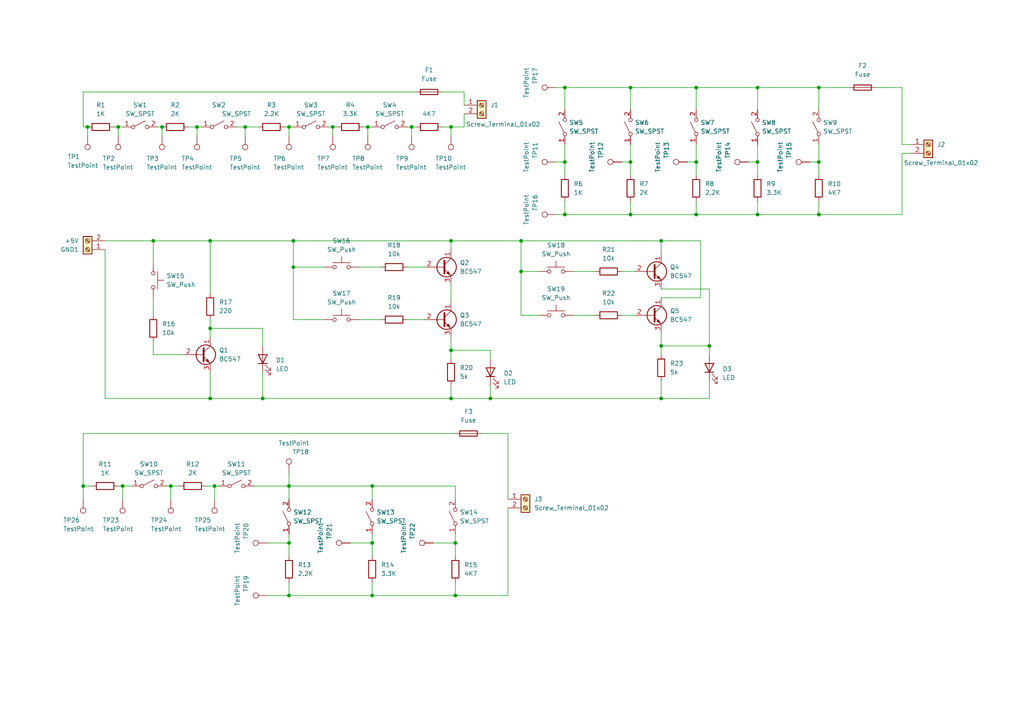
<source format=kicad_sch>
(kicad_sch (version 20250114) (generator "eeschema") (generator_version "9.0")
  (paper "A4")
  (lib_symbols
    (symbol "Connector:Screw_Terminal_01x02" (pin_names (offset 1.016) (hide yes))
      (property "Reference" "J" (at 0 2.54 0))
      (property "Value" "Screw_Terminal_01x02" (at 0 -5.08 0))
      (symbol "Screw_Terminal_01x02_1_1"
        (rectangle (start -1.27 1.27) (end 1.27 -3.81) (stroke (width 0.254)) (fill (type background)))
        (polyline (pts (xy -0.5334 0.3302) (xy 0.3302 -0.508)) (stroke (width 0.1524)))
        (polyline (pts (xy -0.5334 -2.2098) (xy 0.3302 -3.048)) (stroke (width 0.1524)))
        (polyline (pts (xy -0.3556 0.508) (xy 0.508 -0.3302)) (stroke (width 0.1524)))
        (polyline (pts (xy -0.3556 -2.032) (xy 0.508 -2.8702)) (stroke (width 0.1524)))
        (circle (center 0 0) (radius 0.635) (stroke (width 0.1524)))
        (circle (center 0 -2.54) (radius 0.635) (stroke (width 0.1524)))
        (pin passive line (at -5.08 0 0) (length 3.81) (name "Pin_1") (number "1"))
        (pin passive line (at -5.08 -2.54 0) (length 3.81) (name "Pin_2") (number "2"))
      )
    )
    (symbol "Connector:TestPoint" (pin_numbers (hide yes)) (pin_names (offset 0.762) (hide yes))
      (property "Reference" "TP" (at 0 6.858 0))
      (property "Value" "TestPoint" (at 0 5.08 0))
      (symbol "TestPoint_0_1"
        (circle (center 0 3.302) (radius 0.762))
      )
      (symbol "TestPoint_1_1"
        (pin passive line (at 0 0 90) (length 2.54) (name "1") (number "1"))
      )
    )
    (symbol "Device:Fuse" (pin_numbers (hide yes)) (pin_names (offset 0))
      (property "Reference" "F" (at 2.032 0 90))
      (property "Value" "Fuse" (at -1.905 0 90))
      (symbol "Fuse_0_1"
        (rectangle (start -0.762 -2.54) (end 0.762 2.54) (stroke (width 0.254)))
        (polyline (pts (xy 0 2.54) (xy 0 -2.54)))
      )
      (symbol "Fuse_1_1"
        (pin passive line (at 0 3.81 270) (length 1.27) (name "~") (number "1"))
        (pin passive line (at 0 -3.81 90) (length 1.27) (name "~") (number "2"))
      )
    )
    (symbol "Device:LED" (pin_numbers (hide yes)) (pin_names (offset 1.016) (hide yes))
      (property "Reference" "D" (at 0 2.54 0))
      (property "Value" "LED" (at 0 -2.54 0))
      (symbol "LED_0_1"
        (polyline (pts (xy -3.048 -0.762) (xy -4.572 -2.286) (xy -3.81 -2.286) (xy -4.572 -2.286) (xy -4.572 -1.524)))
        (polyline (pts (xy -1.778 -0.762) (xy -3.302 -2.286) (xy -2.54 -2.286) (xy -3.302 -2.286) (xy -3.302 -1.524)))
        (polyline (pts (xy -1.27 0) (xy 1.27 0)))
        (polyline (pts (xy -1.27 -1.27) (xy -1.27 1.27)) (stroke (width 0.254)))
        (polyline (pts (xy 1.27 -1.27) (xy 1.27 1.27) (xy -1.27 0) (xy 1.27 -1.27)) (stroke (width 0.254)))
      )
      (symbol "LED_1_1"
        (pin passive line (at -3.81 0 0) (length 2.54) (name "K") (number "1"))
        (pin passive line (at 3.81 0 180) (length 2.54) (name "A") (number "2"))
      )
    )
    (symbol "Device:R" (pin_numbers (hide yes)) (pin_names (offset 0))
      (property "Reference" "R" (at 2.032 0 90))
      (property "Value" "R" (at 0 0 90))
      (symbol "R_0_1"
        (rectangle (start -1.016 -2.54) (end 1.016 2.54) (stroke (width 0.254)))
      )
      (symbol "R_1_1"
        (pin passive line (at 0 3.81 270) (length 1.27) (name "~") (number "1"))
        (pin passive line (at 0 -3.81 90) (length 1.27) (name "~") (number "2"))
      )
    )
    (symbol "Switch:SW_Push" (pin_numbers (hide yes)) (pin_names (offset 1.016) (hide yes))
      (property "Reference" "SW" (at 1.27 2.54 0))
      (property "Value" "SW_Push" (at 0 -1.524 0))
      (symbol "SW_Push_0_1"
        (circle (center -2.032 0) (radius 0.508))
        (polyline (pts (xy 0 1.27) (xy 0 3.048)))
        (circle (center 2.032 0) (radius 0.508))
        (polyline (pts (xy 2.54 1.27) (xy -2.54 1.27)))
        (pin passive line (at -5.08 0 0) (length 2.54) (name "1") (number "1"))
        (pin passive line (at 5.08 0 180) (length 2.54) (name "2") (number "2"))
      )
    )
    (symbol "Switch:SW_SPST" (pin_names (offset 0) (hide yes))
      (property "Reference" "SW" (at 0 3.175 0))
      (property "Value" "SW_SPST" (at 0 -2.54 0))
      (symbol "SW_SPST_0_0"
        (circle (center -2.032 0) (radius 0.508))
        (polyline (pts (xy -1.524 0.254) (xy 1.524 1.778)))
        (circle (center 2.032 0) (radius 0.508))
      )
      (symbol "SW_SPST_1_1"
        (pin passive line (at -5.08 0 0) (length 2.54) (name "A") (number "1"))
        (pin passive line (at 5.08 0 180) (length 2.54) (name "B") (number "2"))
      )
    )
    (symbol "Transistor_BJT:BC547" (pin_names (offset 0) (hide yes))
      (property "Reference" "Q" (at 5.08 1.905 0))
      (property "Value" "BC547" (at 5.08 0 0))
      (symbol "BC547_0_1"
        (polyline (pts (xy -2.54 0) (xy 0.635 0)))
        (polyline (pts (xy 0.635 1.905) (xy 0.635 -1.905)) (stroke (width 0.508)))
        (circle (center 1.27 0) (radius 2.8194) (stroke (width 0.254)))
      )
      (symbol "BC547_1_1"
        (polyline (pts (xy 0.635 0.635) (xy 2.54 2.54)))
        (polyline (pts (xy 0.635 -0.635) (xy 2.54 -2.54)))
        (polyline (pts (xy 1.27 -1.778) (xy 1.778 -1.27) (xy 2.286 -2.286) (xy 1.27 -1.778)) (fill (type outline)))
        (pin input line (at -5.08 0 0) (length 2.54) (name "B") (number "2"))
        (pin passive line (at 2.54 5.08 270) (length 2.54) (name "C") (number "1"))
        (pin passive line (at 2.54 -5.08 90) (length 2.54) (name "E") (number "3"))
      )
    )
  )
  (junction (at 34.29 36.83))
  (junction (at 25.4 36.83))
  (junction (at 132.08 172.72))
  (junction (at 130.81 101.6))
  (junction (at 191.77 115.57))
  (junction (at 219.71 46.99))
  (junction (at 130.81 36.83))
  (junction (at 24.13 140.97))
  (junction (at 219.71 62.23))
  (junction (at 106.68 36.83))
  (junction (at 163.83 25.4))
  (junction (at 85.09 69.85))
  (junction (at 237.49 62.23))
  (junction (at 237.49 25.4))
  (junction (at 49.53 140.97))
  (junction (at 132.08 157.48))
  (junction (at 201.93 25.4))
  (junction (at 107.95 172.72))
  (junction (at 107.95 157.48))
  (junction (at 119.38 36.83))
  (junction (at 130.81 69.85))
  (junction (at 60.96 95.25))
  (junction (at 62.23 140.97))
  (junction (at 44.45 69.85))
  (junction (at 83.82 172.72))
  (junction (at 60.96 115.57))
  (junction (at 163.83 46.99))
  (junction (at 237.49 46.99))
  (junction (at 191.77 69.85))
  (junction (at 35.56 140.97))
  (junction (at 46.99 36.83))
  (junction (at 182.88 25.4))
  (junction (at 205.74 100.33))
  (junction (at 151.13 69.85))
  (junction (at 182.88 62.23))
  (junction (at 96.52 36.83))
  (junction (at 107.95 140.97))
  (junction (at 83.82 140.97))
  (junction (at 201.93 62.23))
  (junction (at 83.82 36.83))
  (junction (at 57.15 36.83))
  (junction (at 83.82 157.48))
  (junction (at 76.2 115.57))
  (junction (at 151.13 78.74))
  (junction (at 85.09 77.47))
  (junction (at 201.93 46.99))
  (junction (at 60.96 69.85))
  (junction (at 219.71 25.4))
  (junction (at 163.83 62.23))
  (junction (at 191.77 100.33))
  (junction (at 130.81 115.57))
  (junction (at 182.88 46.99))
  (junction (at 71.12 36.83))
  (junction (at 142.24 115.57))
  (wire (pts (xy 151.13 69.85) (xy 151.13 78.74)))
  (wire (pts (xy 96.52 36.83) (xy 97.79 36.83)))
  (wire (pts (xy 49.53 140.97) (xy 52.07 140.97)))
  (wire (pts (xy 44.45 102.87) (xy 44.45 99.06)))
  (wire (pts (xy 182.88 25.4) (xy 201.93 25.4)))
  (wire (pts (xy 104.14 77.47) (xy 110.49 77.47)))
  (wire (pts (xy 191.77 110.49) (xy 191.77 115.57)))
  (wire (pts (xy 163.83 62.23) (xy 182.88 62.23)))
  (wire (pts (xy 76.2 107.95) (xy 76.2 115.57)))
  (wire (pts (xy 147.32 147.32) (xy 147.32 172.72)))
  (wire (pts (xy 180.34 91.44) (xy 184.15 91.44)))
  (wire (pts (xy 130.81 115.57) (xy 76.2 115.57)))
  (wire (pts (xy 59.69 140.97) (xy 62.23 140.97)))
  (wire (pts (xy 107.95 172.72) (xy 132.08 172.72)))
  (wire (pts (xy 53.34 102.87) (xy 44.45 102.87)))
  (wire (pts (xy 151.13 69.85) (xy 191.77 69.85)))
  (wire (pts (xy 261.62 44.45) (xy 261.62 62.23)))
  (wire (pts (xy 46.99 36.83) (xy 46.99 39.37)))
  (wire (pts (xy 205.74 115.57) (xy 191.77 115.57)))
  (wire (pts (xy 62.23 140.97) (xy 63.5 140.97)))
  (wire (pts (xy 156.21 78.74) (xy 151.13 78.74)))
  (wire (pts (xy 166.37 78.74) (xy 172.72 78.74)))
  (wire (pts (xy 105.41 36.83) (xy 106.68 36.83)))
  (wire (pts (xy 163.83 58.42) (xy 163.83 62.23)))
  (wire (pts (xy 191.77 115.57) (xy 142.24 115.57)))
  (wire (pts (xy 83.82 36.83) (xy 85.09 36.83)))
  (wire (pts (xy 85.09 92.71) (xy 85.09 77.47)))
  (wire (pts (xy 161.29 25.4) (xy 163.83 25.4)))
  (wire (pts (xy 191.77 86.36) (xy 203.2 86.36)))
  (wire (pts (xy 95.25 36.83) (xy 96.52 36.83)))
  (wire (pts (xy 203.2 69.85) (xy 191.77 69.85)))
  (wire (pts (xy 57.15 36.83) (xy 58.42 36.83)))
  (wire (pts (xy 130.81 111.76) (xy 130.81 115.57)))
  (wire (pts (xy 246.38 25.4) (xy 237.49 25.4)))
  (wire (pts (xy 77.47 172.72) (xy 83.82 172.72)))
  (wire (pts (xy 132.08 154.94) (xy 132.08 157.48)))
  (wire (pts (xy 201.93 25.4) (xy 219.71 25.4)))
  (wire (pts (xy 182.88 46.99) (xy 182.88 50.8)))
  (wire (pts (xy 237.49 46.99) (xy 237.49 50.8)))
  (wire (pts (xy 161.29 62.23) (xy 163.83 62.23)))
  (wire (pts (xy 85.09 69.85) (xy 85.09 77.47)))
  (wire (pts (xy 156.21 91.44) (xy 151.13 91.44)))
  (wire (pts (xy 130.81 101.6) (xy 142.24 101.6)))
  (wire (pts (xy 30.48 69.85) (xy 44.45 69.85)))
  (wire (pts (xy 33.02 36.83) (xy 34.29 36.83)))
  (wire (pts (xy 60.96 69.85) (xy 44.45 69.85)))
  (wire (pts (xy 60.96 85.09) (xy 60.96 69.85)))
  (wire (pts (xy 134.62 30.48) (xy 134.62 26.67)))
  (wire (pts (xy 201.93 62.23) (xy 219.71 62.23)))
  (wire (pts (xy 119.38 36.83) (xy 119.38 39.37)))
  (wire (pts (xy 205.74 83.82) (xy 205.74 100.33)))
  (wire (pts (xy 34.29 140.97) (xy 35.56 140.97)))
  (wire (pts (xy 128.27 36.83) (xy 130.81 36.83)))
  (wire (pts (xy 54.61 36.83) (xy 57.15 36.83)))
  (wire (pts (xy 182.88 58.42) (xy 182.88 62.23)))
  (wire (pts (xy 125.73 157.48) (xy 132.08 157.48)))
  (wire (pts (xy 24.13 36.83) (xy 25.4 36.83)))
  (wire (pts (xy 261.62 41.91) (xy 264.16 41.91)))
  (wire (pts (xy 151.13 91.44) (xy 151.13 78.74)))
  (wire (pts (xy 60.96 92.71) (xy 60.96 95.25)))
  (wire (pts (xy 191.77 83.82) (xy 205.74 83.82)))
  (wire (pts (xy 219.71 25.4) (xy 237.49 25.4)))
  (wire (pts (xy 201.93 41.91) (xy 201.93 46.99)))
  (wire (pts (xy 107.95 154.94) (xy 107.95 157.48)))
  (wire (pts (xy 62.23 140.97) (xy 62.23 144.78)))
  (wire (pts (xy 130.81 97.79) (xy 130.81 101.6)))
  (wire (pts (xy 264.16 44.45) (xy 261.62 44.45)))
  (wire (pts (xy 219.71 31.75) (xy 219.71 25.4)))
  (wire (pts (xy 60.96 69.85) (xy 85.09 69.85)))
  (wire (pts (xy 83.82 140.97) (xy 73.66 140.97)))
  (wire (pts (xy 71.12 36.83) (xy 74.93 36.83)))
  (wire (pts (xy 83.82 172.72) (xy 107.95 172.72)))
  (wire (pts (xy 180.34 78.74) (xy 184.15 78.74)))
  (wire (pts (xy 118.11 92.71) (xy 123.19 92.71)))
  (wire (pts (xy 96.52 36.83) (xy 96.52 39.37)))
  (wire (pts (xy 166.37 91.44) (xy 172.72 91.44)))
  (wire (pts (xy 237.49 41.91) (xy 237.49 46.99)))
  (wire (pts (xy 76.2 100.33) (xy 76.2 95.25)))
  (wire (pts (xy 44.45 69.85) (xy 44.45 76.2)))
  (wire (pts (xy 161.29 46.99) (xy 163.83 46.99)))
  (wire (pts (xy 261.62 62.23) (xy 237.49 62.23)))
  (wire (pts (xy 219.71 62.23) (xy 237.49 62.23)))
  (wire (pts (xy 219.71 58.42) (xy 219.71 62.23)))
  (wire (pts (xy 191.77 100.33) (xy 191.77 102.87)))
  (wire (pts (xy 132.08 125.73) (xy 24.13 125.73)))
  (wire (pts (xy 130.81 72.39) (xy 130.81 69.85)))
  (wire (pts (xy 83.82 154.94) (xy 83.82 157.48)))
  (wire (pts (xy 132.08 144.78) (xy 132.08 140.97)))
  (wire (pts (xy 34.29 36.83) (xy 34.29 39.37)))
  (wire (pts (xy 101.6 157.48) (xy 107.95 157.48)))
  (wire (pts (xy 83.82 36.83) (xy 83.82 39.37)))
  (wire (pts (xy 83.82 137.16) (xy 83.82 140.97)))
  (wire (pts (xy 142.24 104.14) (xy 142.24 101.6)))
  (wire (pts (xy 83.82 144.78) (xy 83.82 140.97)))
  (wire (pts (xy 147.32 125.73) (xy 147.32 144.78)))
  (wire (pts (xy 106.68 36.83) (xy 106.68 39.37)))
  (wire (pts (xy 60.96 115.57) (xy 30.48 115.57)))
  (wire (pts (xy 106.68 36.83) (xy 107.95 36.83)))
  (wire (pts (xy 83.82 168.91) (xy 83.82 172.72)))
  (wire (pts (xy 34.29 36.83) (xy 35.56 36.83)))
  (wire (pts (xy 182.88 31.75) (xy 182.88 25.4)))
  (wire (pts (xy 76.2 115.57) (xy 60.96 115.57)))
  (wire (pts (xy 107.95 168.91) (xy 107.95 172.72)))
  (wire (pts (xy 107.95 144.78) (xy 107.95 140.97)))
  (wire (pts (xy 93.98 92.71) (xy 85.09 92.71)))
  (wire (pts (xy 234.95 46.99) (xy 237.49 46.99)))
  (wire (pts (xy 237.49 58.42) (xy 237.49 62.23)))
  (wire (pts (xy 25.4 36.83) (xy 25.4 39.37)))
  (wire (pts (xy 134.62 33.02) (xy 134.62 36.83)))
  (wire (pts (xy 163.83 31.75) (xy 163.83 25.4)))
  (wire (pts (xy 132.08 157.48) (xy 132.08 161.29)))
  (wire (pts (xy 24.13 26.67) (xy 120.65 26.67)))
  (wire (pts (xy 219.71 41.91) (xy 219.71 46.99)))
  (wire (pts (xy 77.47 157.48) (xy 83.82 157.48)))
  (wire (pts (xy 60.96 95.25) (xy 76.2 95.25)))
  (wire (pts (xy 130.81 101.6) (xy 130.81 104.14)))
  (wire (pts (xy 132.08 140.97) (xy 107.95 140.97)))
  (wire (pts (xy 163.83 41.91) (xy 163.83 46.99)))
  (wire (pts (xy 132.08 172.72) (xy 147.32 172.72)))
  (wire (pts (xy 83.82 157.48) (xy 83.82 161.29)))
  (wire (pts (xy 191.77 96.52) (xy 191.77 100.33)))
  (wire (pts (xy 24.13 140.97) (xy 24.13 144.78)))
  (wire (pts (xy 139.7 125.73) (xy 147.32 125.73)))
  (wire (pts (xy 205.74 100.33) (xy 191.77 100.33)))
  (wire (pts (xy 182.88 62.23) (xy 201.93 62.23)))
  (wire (pts (xy 119.38 36.83) (xy 120.65 36.83)))
  (wire (pts (xy 163.83 25.4) (xy 182.88 25.4)))
  (wire (pts (xy 35.56 140.97) (xy 38.1 140.97)))
  (wire (pts (xy 49.53 140.97) (xy 49.53 144.78)))
  (wire (pts (xy 107.95 157.48) (xy 107.95 161.29)))
  (wire (pts (xy 71.12 36.83) (xy 71.12 39.37)))
  (wire (pts (xy 201.93 58.42) (xy 201.93 62.23)))
  (wire (pts (xy 201.93 46.99) (xy 201.93 50.8)))
  (wire (pts (xy 85.09 77.47) (xy 93.98 77.47)))
  (wire (pts (xy 60.96 95.25) (xy 60.96 97.79)))
  (wire (pts (xy 24.13 125.73) (xy 24.13 140.97)))
  (wire (pts (xy 128.27 26.67) (xy 134.62 26.67)))
  (wire (pts (xy 83.82 140.97) (xy 107.95 140.97)))
  (wire (pts (xy 35.56 140.97) (xy 35.56 144.78)))
  (wire (pts (xy 130.81 82.55) (xy 130.81 87.63)))
  (wire (pts (xy 130.81 69.85) (xy 151.13 69.85)))
  (wire (pts (xy 163.83 46.99) (xy 163.83 50.8)))
  (wire (pts (xy 199.39 46.99) (xy 201.93 46.99)))
  (wire (pts (xy 261.62 25.4) (xy 254 25.4)))
  (wire (pts (xy 45.72 36.83) (xy 46.99 36.83)))
  (wire (pts (xy 48.26 140.97) (xy 49.53 140.97)))
  (wire (pts (xy 60.96 107.95) (xy 60.96 115.57)))
  (wire (pts (xy 24.13 26.67) (xy 24.13 36.83)))
  (wire (pts (xy 130.81 36.83) (xy 134.62 36.83)))
  (wire (pts (xy 237.49 25.4) (xy 237.49 31.75)))
  (wire (pts (xy 44.45 86.36) (xy 44.45 91.44)))
  (wire (pts (xy 201.93 31.75) (xy 201.93 25.4)))
  (wire (pts (xy 104.14 92.71) (xy 110.49 92.71)))
  (wire (pts (xy 205.74 110.49) (xy 205.74 115.57)))
  (wire (pts (xy 118.11 77.47) (xy 123.19 77.47)))
  (wire (pts (xy 142.24 111.76) (xy 142.24 115.57)))
  (wire (pts (xy 85.09 69.85) (xy 130.81 69.85)))
  (wire (pts (xy 191.77 73.66) (xy 191.77 69.85)))
  (wire (pts (xy 203.2 86.36) (xy 203.2 69.85)))
  (wire (pts (xy 219.71 46.99) (xy 219.71 50.8)))
  (wire (pts (xy 180.34 46.99) (xy 182.88 46.99)))
  (wire (pts (xy 217.17 46.99) (xy 219.71 46.99)))
  (wire (pts (xy 130.81 36.83) (xy 130.81 39.37)))
  (wire (pts (xy 261.62 25.4) (xy 261.62 41.91)))
  (wire (pts (xy 68.58 36.83) (xy 71.12 36.83)))
  (wire (pts (xy 205.74 100.33) (xy 205.74 102.87)))
  (wire (pts (xy 82.55 36.83) (xy 83.82 36.83)))
  (wire (pts (xy 30.48 115.57) (xy 30.48 72.39)))
  (wire (pts (xy 118.11 36.83) (xy 119.38 36.83)))
  (wire (pts (xy 24.13 140.97) (xy 26.67 140.97)))
  (wire (pts (xy 132.08 168.91) (xy 132.08 172.72)))
  (wire (pts (xy 57.15 36.83) (xy 57.15 39.37)))
  (wire (pts (xy 142.24 115.57) (xy 130.81 115.57)))
  (wire (pts (xy 182.88 41.91) (xy 182.88 46.99)))
  (symbol (lib_id "Switch:SW_SPST") (at 90.17 36.83 0) (unit 1)
    (property "Reference" "SW3" (at 90.17 30.48 0))
    (property "Value" "SW_SPST" (at 90.17 33.02 0))
    (property "Footprint" "EE_Lab_Footprints:SW_CK_JS202011CQN_DPDT_Straight_Enhance" (effects (hide yes)))
    (property "Description" "Single Pole Single Throw (SPST) switch" (effects (hide yes)))
  )
  (symbol (lib_id "Connector:Screw_Terminal_01x02") (at 139.7 30.48 0) (unit 1)
    (property "Reference" "J1" (at 142.24 30.4799 0) (effects (justify left)))
    (property "Value" "Screw_Terminal_01x02" (at 135.128 36.068 0) (effects (justify left)))
    (property "Footprint" "TerminalBlock_Phoenix:TerminalBlock_Phoenix_MKDS-1,5-2-5.08_1x02_P5.08mm_Horizontal" (effects (hide yes)))
    (property "Description" "Generic screw terminal, single row, 01x02, script generated (kicad-library-utils/schlib/autogen/connector/)" (effects (hide yes)))
  )
  (symbol (lib_id "Connector:TestPoint") (at 125.73 157.48 90) (unit 1)
    (property "Reference" "TP22" (at 119.634 151.638 0) (effects (justify right)))
    (property "Value" "TestPoint" (at 117.094 151.638 0) (effects (justify right)))
    (property "Footprint" "TestPoint:TestPoint_Bridge_Pitch2.54mm_Drill1.0mm" (effects (hide yes)))
    (property "Description" "test point" (effects (hide yes)))
  )
  (symbol (lib_id "Connector:TestPoint") (at 77.47 172.72 90) (unit 1)
    (property "Reference" "TP19" (at 71.374 166.878 0) (effects (justify right)))
    (property "Value" "TestPoint" (at 68.834 166.878 0) (effects (justify right)))
    (property "Footprint" "TestPoint:TestPoint_Bridge_Pitch2.54mm_Drill1.0mm" (effects (hide yes)))
    (property "Description" "test point" (effects (hide yes)))
  )
  (symbol (lib_id "Device:Fuse") (at 250.19 25.4 90) (unit 1)
    (property "Reference" "F2" (at 250.19 19.05 90))
    (property "Value" "Fuse" (at 250.19 21.59 90))
    (property "Footprint" "Fuse:Fuseholder_Cylinder-5x20mm_Schurter_0031_8201_Horizontal_Open" (effects (hide yes)))
    (property "Description" "Fuse" (effects (hide yes)))
  )
  (symbol (lib_id "Device:R") (at 163.83 54.61 180) (unit 1)
    (property "Reference" "R6" (at 166.37 53.3399 0) (effects (justify right)))
    (property "Value" "1K" (at 166.37 55.8799 0) (effects (justify right)))
    (property "Footprint" "Custom_Resistors:R_Axial_DIN0207_L6.3mm_D2.5mm_P7.62mm_Horizontal_2.00_Diameter" (effects (hide yes)))
    (property "Description" "Resistor" (effects (hide yes)))
  )
  (symbol (lib_id "Connector:TestPoint") (at 24.13 144.78 180) (unit 1)
    (property "Reference" "TP26" (at 18.288 150.876 0) (effects (justify right)))
    (property "Value" "TestPoint" (at 18.288 153.416 0) (effects (justify right)))
    (property "Footprint" "TestPoint:TestPoint_Bridge_Pitch2.54mm_Drill1.0mm" (effects (hide yes)))
    (property "Description" "test point" (effects (hide yes)))
  )
  (symbol (lib_id "Switch:SW_SPST") (at 182.88 36.83 90) (unit 1)
    (property "Reference" "SW6" (at 184.15 35.5599 90) (effects (justify right)))
    (property "Value" "SW_SPST" (at 184.15 38.0999 90) (effects (justify right)))
    (property "Footprint" "EE_Lab_Footprints:SW_CK_JS202011CQN_DPDT_Straight_Enhance" (effects (hide yes)))
    (property "Description" "Single Pole Single Throw (SPST) switch" (effects (hide yes)))
  )
  (symbol (lib_id "Switch:SW_SPST") (at 219.71 36.83 90) (unit 1)
    (property "Reference" "SW8" (at 220.98 35.5599 90) (effects (justify right)))
    (property "Value" "SW_SPST" (at 220.98 38.0999 90) (effects (justify right)))
    (property "Footprint" "EE_Lab_Footprints:SW_CK_JS202011CQN_DPDT_Straight_Enhance" (effects (hide yes)))
    (property "Description" "Single Pole Single Throw (SPST) switch" (effects (hide yes)))
  )
  (symbol (lib_id "Switch:SW_Push") (at 44.45 81.28 270) (unit 1)
    (property "Reference" "SW15" (at 48.26 80.0099 90) (effects (justify left)))
    (property "Value" "SW_Push" (at 48.26 82.5499 90) (effects (justify left)))
    (property "Footprint" "Button_Switch_THT:SW_PUSH_6mm_H8mm" (effects (hide yes)))
    (property "Description" "Push button switch, generic, two pins" (effects (hide yes)))
  )
  (symbol (lib_id "Connector:TestPoint") (at 49.53 144.78 180) (unit 1)
    (property "Reference" "TP24" (at 43.688 150.876 0) (effects (justify right)))
    (property "Value" "TestPoint" (at 43.688 153.416 0) (effects (justify right)))
    (property "Footprint" "TestPoint:TestPoint_Bridge_Pitch2.54mm_Drill1.0mm" (effects (hide yes)))
    (property "Description" "test point" (effects (hide yes)))
  )
  (symbol (lib_id "Connector:TestPoint") (at 96.52 39.37 180) (unit 1)
    (property "Reference" "TP7" (at 91.948 45.974 0) (effects (justify right)))
    (property "Value" "TestPoint" (at 91.948 48.514 0) (effects (justify right)))
    (property "Footprint" "TestPoint:TestPoint_Bridge_Pitch2.54mm_Drill1.0mm" (effects (hide yes)))
    (property "Description" "test point" (effects (hide yes)))
  )
  (symbol (lib_id "Switch:SW_SPST") (at 113.03 36.83 0) (unit 1)
    (property "Reference" "SW4" (at 113.03 30.48 0))
    (property "Value" "SW_SPST" (at 113.03 33.02 0))
    (property "Footprint" "EE_Lab_Footprints:SW_CK_JS202011CQN_DPDT_Straight_Enhance" (effects (hide yes)))
    (property "Description" "Single Pole Single Throw (SPST) switch" (effects (hide yes)))
  )
  (symbol (lib_id "Switch:SW_SPST") (at 163.83 36.83 90) (unit 1)
    (property "Reference" "SW5" (at 165.1 35.5599 90) (effects (justify right)))
    (property "Value" "SW_SPST" (at 165.1 38.0999 90) (effects (justify right)))
    (property "Footprint" "EE_Lab_Footprints:SW_CK_JS202011CQN_DPDT_Straight_Enhance" (effects (hide yes)))
    (property "Description" "Single Pole Single Throw (SPST) switch" (effects (hide yes)))
  )
  (symbol (lib_id "Connector:TestPoint") (at 77.47 157.48 90) (unit 1)
    (property "Reference" "TP20" (at 71.374 151.638 0) (effects (justify right)))
    (property "Value" "TestPoint" (at 68.834 151.638 0) (effects (justify right)))
    (property "Footprint" "TestPoint:TestPoint_Bridge_Pitch2.54mm_Drill1.0mm" (effects (hide yes)))
    (property "Description" "test point" (effects (hide yes)))
  )
  (symbol (lib_id "Device:R") (at 130.81 107.95 0) (unit 1)
    (property "Reference" "R20" (at 133.35 106.6799 0) (effects (justify left)))
    (property "Value" "5k" (at 133.35 109.2199 0) (effects (justify left)))
    (property "Footprint" "EE_Lab_Footprints:R_Axial_DIN0207_L6.3mm_D2.5mm_P7.62mm_Horizontal_2.00_Diameter" (effects (hide yes)))
    (property "Description" "Resistor" (effects (hide yes)))
  )
  (symbol (lib_id "Transistor_BJT:BC547") (at 58.42 102.87 0) (unit 1)
    (property "Reference" "Q1" (at 63.5 101.5999 0) (effects (justify left)))
    (property "Value" "BC547" (at 63.5 104.1399 0) (effects (justify left)))
    (property "Footprint" "Package_TO_SOT_THT:TO-92_Inline" (effects (hide yes)))
    (property "Datasheet" "https://www.onsemi.com/pub/Collateral/BC550-D.pdf" (effects (hide yes)))
    (property "Description" "0.1A Ic, 45V Vce, Small Signal NPN Transistor, TO-92" (effects (hide yes)))
  )
  (symbol (lib_id "Connector:TestPoint") (at 62.23 144.78 180) (unit 1)
    (property "Reference" "TP25" (at 56.388 150.876 0) (effects (justify right)))
    (property "Value" "TestPoint" (at 56.388 153.416 0) (effects (justify right)))
    (property "Footprint" "TestPoint:TestPoint_Bridge_Pitch2.54mm_Drill1.0mm" (effects (hide yes)))
    (property "Description" "test point" (effects (hide yes)))
  )
  (symbol (lib_id "Device:Fuse") (at 124.46 26.67 90) (unit 1)
    (property "Reference" "F1" (at 124.46 20.32 90))
    (property "Value" "Fuse" (at 124.46 22.86 90))
    (property "Footprint" "Fuse:Fuseholder_Cylinder-5x20mm_Schurter_0031_8201_Horizontal_Open" (effects (hide yes)))
    (property "Description" "Fuse" (effects (hide yes)))
  )
  (symbol (lib_id "Device:R") (at 78.74 36.83 90) (unit 1)
    (property "Reference" "R3" (at 78.74 30.48 90))
    (property "Value" "2.2K" (at 78.74 33.02 90))
    (property "Footprint" "Custom_Resistors:R_Axial_DIN0207_L6.3mm_D2.5mm_P7.62mm_Horizontal_2.00_Diameter" (effects (hide yes)))
    (property "Description" "Resistor" (effects (hide yes)))
  )
  (symbol (lib_id "Device:R") (at 44.45 95.25 0) (unit 1)
    (property "Reference" "R16" (at 46.99 93.9799 0) (effects (justify left)))
    (property "Value" "10k" (at 46.99 96.5199 0) (effects (justify left)))
    (property "Footprint" "EE_Lab_Footprints:R_Axial_DIN0207_L6.3mm_D2.5mm_P7.62mm_Horizontal_2.00_Diameter" (effects (hide yes)))
    (property "Description" "Resistor" (effects (hide yes)))
  )
  (symbol (lib_id "Device:R") (at 107.95 165.1 180) (unit 1)
    (property "Reference" "R14" (at 110.49 163.8299 0) (effects (justify right)))
    (property "Value" "3.3K" (at 110.49 166.3699 0) (effects (justify right)))
    (property "Footprint" "Custom_Resistors:R_Axial_DIN0207_L6.3mm_D2.5mm_P7.62mm_Horizontal_2.00_Diameter" (effects (hide yes)))
    (property "Description" "Resistor" (effects (hide yes)))
  )
  (symbol (lib_id "Device:LED") (at 142.24 107.95 90) (unit 1)
    (property "Reference" "D2" (at 146.05 108.2674 90) (effects (justify right)))
    (property "Value" "LED" (at 146.05 110.8074 90) (effects (justify right)))
    (property "Footprint" "LED_THT:LED_D5.0mm" (effects (hide yes)))
    (property "Description" "Light emitting diode" (effects (hide yes)))
    (property "Sim.Pins" "1=K 2=A" (effects (hide yes)))
  )
  (symbol (lib_id "Device:R") (at 30.48 140.97 90) (unit 1)
    (property "Reference" "R11" (at 30.48 134.62 90))
    (property "Value" "1K" (at 30.48 137.16 90))
    (property "Footprint" "Custom_Resistors:R_Axial_DIN0207_L6.3mm_D2.5mm_P7.62mm_Horizontal_2.00_Diameter" (effects (hide yes)))
    (property "Description" "Resistor" (effects (hide yes)))
  )
  (symbol (lib_id "Switch:SW_Push") (at 161.29 91.44 0) (unit 1)
    (property "Reference" "SW19" (at 161.29 83.82 0))
    (property "Value" "SW_Push" (at 161.29 86.36 0))
    (property "Footprint" "Button_Switch_THT:SW_PUSH_6mm_H8mm" (effects (hide yes)))
    (property "Description" "Push button switch, generic, two pins" (effects (hide yes)))
  )
  (symbol (lib_id "Switch:SW_SPST") (at 43.18 140.97 0) (unit 1)
    (property "Reference" "SW10" (at 43.18 134.62 0))
    (property "Value" "SW_SPST" (at 43.18 137.16 0))
    (property "Footprint" "EE_Lab_Footprints:SW_CK_JS202011CQN_DPDT_Straight_Enhance" (effects (hide yes)))
    (property "Description" "Single Pole Single Throw (SPST) switch" (effects (hide yes)))
  )
  (symbol (lib_id "Device:R") (at 60.96 88.9 0) (unit 1)
    (property "Reference" "R17" (at 63.5 87.6299 0) (effects (justify left)))
    (property "Value" "220" (at 63.5 90.1699 0) (effects (justify left)))
    (property "Footprint" "EE_Lab_Footprints:R_Axial_DIN0207_L6.3mm_D2.5mm_P7.62mm_Horizontal_2.00_Diameter" (effects (hide yes)))
    (property "Description" "Resistor" (effects (hide yes)))
  )
  (symbol (lib_id "Connector:TestPoint") (at 217.17 46.99 90) (unit 1)
    (property "Reference" "TP14" (at 211.074 41.148 0) (effects (justify right)))
    (property "Value" "TestPoint" (at 208.534 41.148 0) (effects (justify right)))
    (property "Footprint" "TestPoint:TestPoint_Bridge_Pitch2.54mm_Drill1.0mm" (effects (hide yes)))
    (property "Description" "test point" (effects (hide yes)))
  )
  (symbol (lib_id "Device:R") (at 191.77 106.68 0) (unit 1)
    (property "Reference" "R23" (at 194.31 105.4099 0) (effects (justify left)))
    (property "Value" "5k" (at 194.31 107.9499 0) (effects (justify left)))
    (property "Footprint" "EE_Lab_Footprints:R_Axial_DIN0207_L6.3mm_D2.5mm_P7.62mm_Horizontal_2.00_Diameter" (effects (hide yes)))
    (property "Description" "Resistor" (effects (hide yes)))
  )
  (symbol (lib_id "Switch:SW_SPST") (at 201.93 36.83 90) (unit 1)
    (property "Reference" "SW7" (at 203.2 35.5599 90) (effects (justify right)))
    (property "Value" "SW_SPST" (at 203.2 38.0999 90) (effects (justify right)))
    (property "Footprint" "EE_Lab_Footprints:SW_CK_JS202011CQN_DPDT_Straight_Enhance" (effects (hide yes)))
    (property "Description" "Single Pole Single Throw (SPST) switch" (effects (hide yes)))
  )
  (symbol (lib_id "Device:R") (at 124.46 36.83 90) (unit 1)
    (property "Reference" "R5" (effects (hide yes)))
    (property "Value" "4K7" (at 124.46 33.02 90))
    (property "Footprint" "Custom_Resistors:R_Axial_DIN0207_L6.3mm_D2.5mm_P7.62mm_Horizontal_2.00_Diameter" (effects (hide yes)))
    (property "Description" "Resistor" (effects (hide yes)))
  )
  (symbol (lib_id "Device:R") (at 182.88 54.61 180) (unit 1)
    (property "Reference" "R7" (at 185.42 53.3399 0) (effects (justify right)))
    (property "Value" "2K" (at 185.42 55.8799 0) (effects (justify right)))
    (property "Footprint" "Custom_Resistors:R_Axial_DIN0207_L6.3mm_D2.5mm_P7.62mm_Horizontal_2.00_Diameter" (effects (hide yes)))
    (property "Description" "Resistor" (effects (hide yes)))
  )
  (symbol (lib_id "Switch:SW_SPST") (at 83.82 149.86 90) (unit 1)
    (property "Reference" "SW12" (at 85.09 148.5899 90) (effects (justify right)))
    (property "Value" "SW_SPST" (at 85.09 151.1299 90) (effects (justify right)))
    (property "Footprint" "EE_Lab_Footprints:SW_CK_JS202011CQN_DPDT_Straight_Enhance" (effects (hide yes)))
    (property "Description" "Single Pole Single Throw (SPST) switch" (effects (hide yes)))
  )
  (symbol (lib_id "Device:R") (at 237.49 54.61 180) (unit 1)
    (property "Reference" "R10" (at 240.03 53.3399 0) (effects (justify right)))
    (property "Value" "4K7" (at 240.03 55.8799 0) (effects (justify right)))
    (property "Footprint" "Custom_Resistors:R_Axial_DIN0207_L6.3mm_D2.5mm_P7.62mm_Horizontal_2.00_Diameter" (effects (hide yes)))
    (property "Description" "Resistor" (effects (hide yes)))
  )
  (symbol (lib_id "Switch:SW_SPST") (at 40.64 36.83 0) (unit 1)
    (property "Reference" "SW1" (at 40.64 30.48 0))
    (property "Value" "SW_SPST" (at 40.64 33.02 0))
    (property "Footprint" "EE_Lab_Footprints:SW_CK_JS202011CQN_DPDT_Straight_Enhance" (effects (hide yes)))
    (property "Description" "Single Pole Single Throw (SPST) switch" (effects (hide yes)))
  )
  (symbol (lib_id "Switch:SW_SPST") (at 237.49 36.83 90) (unit 1)
    (property "Reference" "SW9" (at 238.76 35.5599 90) (effects (justify right)))
    (property "Value" "SW_SPST" (at 238.76 38.0999 90) (effects (justify right)))
    (property "Footprint" "EE_Lab_Footprints:SW_CK_JS202011CQN_DPDT_Straight_Enhance" (effects (hide yes)))
    (property "Description" "Single Pole Single Throw (SPST) switch" (effects (hide yes)))
  )
  (symbol (lib_id "Connector:TestPoint") (at 83.82 137.16 0) (unit 1)
    (property "Reference" "TP18" (at 89.662 131.064 0) (effects (justify right)))
    (property "Value" "TestPoint" (at 89.662 128.524 0) (effects (justify right)))
    (property "Footprint" "TestPoint:TestPoint_Bridge_Pitch2.54mm_Drill1.0mm" (effects (hide yes)))
    (property "Description" "test point" (effects (hide yes)))
  )
  (symbol (lib_id "Device:R") (at 132.08 165.1 180) (unit 1)
    (property "Reference" "R15" (at 134.62 163.8299 0) (effects (justify right)))
    (property "Value" "4K7" (at 134.62 166.3699 0) (effects (justify right)))
    (property "Footprint" "Custom_Resistors:R_Axial_DIN0207_L6.3mm_D2.5mm_P7.62mm_Horizontal_2.00_Diameter" (effects (hide yes)))
    (property "Description" "Resistor" (effects (hide yes)))
  )
  (symbol (lib_id "Transistor_BJT:BC547") (at 128.27 92.71 0) (unit 1)
    (property "Reference" "Q3" (at 133.35 91.4399 0) (effects (justify left)))
    (property "Value" "BC547" (at 133.35 93.9799 0) (effects (justify left)))
    (property "Footprint" "Package_TO_SOT_THT:TO-92_Inline" (effects (hide yes)))
    (property "Datasheet" "https://www.onsemi.com/pub/Collateral/BC550-D.pdf" (effects (hide yes)))
    (property "Description" "0.1A Ic, 45V Vce, Small Signal NPN Transistor, TO-92" (effects (hide yes)))
  )
  (symbol (lib_id "Connector:TestPoint") (at 161.29 25.4 90) (unit 1)
    (property "Reference" "TP17" (at 155.194 19.558 0) (effects (justify right)))
    (property "Value" "TestPoint" (at 152.654 19.558 0) (effects (justify right)))
    (property "Footprint" "TestPoint:TestPoint_Bridge_Pitch2.54mm_Drill1.0mm" (effects (hide yes)))
    (property "Description" "test point" (effects (hide yes)))
  )
  (symbol (lib_id "Device:R") (at 176.53 78.74 270) (unit 1)
    (property "Reference" "R21" (at 176.53 72.39 90))
    (property "Value" "10k" (at 176.53 74.93 90))
    (property "Footprint" "EE_Lab_Footprints:R_Axial_DIN0207_L6.3mm_D2.5mm_P7.62mm_Horizontal_2.00_Diameter" (effects (hide yes)))
    (property "Description" "Resistor" (effects (hide yes)))
  )
  (symbol (lib_id "Transistor_BJT:BC547") (at 128.27 77.47 0) (unit 1)
    (property "Reference" "Q2" (at 133.35 76.1999 0) (effects (justify left)))
    (property "Value" "BC547" (at 133.35 78.7399 0) (effects (justify left)))
    (property "Footprint" "Package_TO_SOT_THT:TO-92_Inline" (effects (hide yes)))
    (property "Datasheet" "https://www.onsemi.com/pub/Collateral/BC550-D.pdf" (effects (hide yes)))
    (property "Description" "0.1A Ic, 45V Vce, Small Signal NPN Transistor, TO-92" (effects (hide yes)))
  )
  (symbol (lib_id "Device:LED") (at 76.2 104.14 90) (unit 1)
    (property "Reference" "D1" (at 80.01 104.4574 90) (effects (justify right)))
    (property "Value" "LED" (at 80.01 106.9974 90) (effects (justify right)))
    (property "Footprint" "LED_THT:LED_D5.0mm" (effects (hide yes)))
    (property "Description" "Light emitting diode" (effects (hide yes)))
    (property "Sim.Pins" "1=K 2=A" (effects (hide yes)))
  )
  (symbol (lib_id "Transistor_BJT:BC547") (at 189.23 78.74 0) (unit 1)
    (property "Reference" "Q4" (at 194.31 77.4699 0) (effects (justify left)))
    (property "Value" "BC547" (at 194.31 80.0099 0) (effects (justify left)))
    (property "Footprint" "Package_TO_SOT_THT:TO-92_Inline" (effects (hide yes)))
    (property "Datasheet" "https://www.onsemi.com/pub/Collateral/BC550-D.pdf" (effects (hide yes)))
    (property "Description" "0.1A Ic, 45V Vce, Small Signal NPN Transistor, TO-92" (effects (hide yes)))
  )
  (symbol (lib_id "Connector:TestPoint") (at 161.29 62.23 90) (unit 1)
    (property "Reference" "TP16" (at 155.194 56.388 0) (effects (justify right)))
    (property "Value" "TestPoint" (at 152.654 56.388 0) (effects (justify right)))
    (property "Footprint" "TestPoint:TestPoint_Bridge_Pitch2.54mm_Drill1.0mm" (effects (hide yes)))
    (property "Description" "test point" (effects (hide yes)))
  )
  (symbol (lib_id "Device:R") (at 83.82 165.1 180) (unit 1)
    (property "Reference" "R13" (at 86.36 163.8299 0) (effects (justify right)))
    (property "Value" "2.2K" (at 86.36 166.3699 0) (effects (justify right)))
    (property "Footprint" "Custom_Resistors:R_Axial_DIN0207_L6.3mm_D2.5mm_P7.62mm_Horizontal_2.00_Diameter" (effects (hide yes)))
    (property "Description" "Resistor" (effects (hide yes)))
  )
  (symbol (lib_id "Connector:TestPoint") (at 199.39 46.99 90) (unit 1)
    (property "Reference" "TP13" (at 193.294 41.148 0) (effects (justify right)))
    (property "Value" "TestPoint" (at 190.754 41.148 0) (effects (justify right)))
    (property "Footprint" "TestPoint:TestPoint_Bridge_Pitch2.54mm_Drill1.0mm" (effects (hide yes)))
    (property "Description" "test point" (effects (hide yes)))
  )
  (symbol (lib_id "Switch:SW_SPST") (at 68.58 140.97 0) (unit 1)
    (property "Reference" "SW11" (at 68.58 134.62 0))
    (property "Value" "SW_SPST" (at 68.58 137.16 0))
    (property "Footprint" "EE_Lab_Footprints:SW_CK_JS202011CQN_DPDT_Straight_Enhance" (effects (hide yes)))
    (property "Description" "Single Pole Single Throw (SPST) switch" (effects (hide yes)))
  )
  (symbol (lib_id "Connector:Screw_Terminal_01x02") (at 152.4 144.78 0) (unit 1)
    (property "Reference" "J3" (at 154.94 144.7799 0) (effects (justify left)))
    (property "Value" "Screw_Terminal_01x02" (at 154.94 147.3199 0) (effects (justify left)))
    (property "Footprint" "TerminalBlock_Phoenix:TerminalBlock_Phoenix_MKDS-1,5-2-5.08_1x02_P5.08mm_Horizontal" (effects (hide yes)))
    (property "Description" "Generic screw terminal, single row, 01x02, script generated (kicad-library-utils/schlib/autogen/connector/)" (effects (hide yes)))
  )
  (symbol (lib_id "Connector:TestPoint") (at 25.4 39.37 180) (unit 1)
    (property "Reference" "TP1" (at 19.558 45.466 0) (effects (justify right)))
    (property "Value" "TestPoint" (at 19.558 48.006 0) (effects (justify right)))
    (property "Footprint" "TestPoint:TestPoint_Bridge_Pitch2.54mm_Drill1.0mm" (effects (hide yes)))
    (property "Description" "test point" (effects (hide yes)))
  )
  (symbol (lib_id "Switch:SW_SPST") (at 132.08 149.86 90) (unit 1)
    (property "Reference" "SW14" (at 133.35 148.5899 90) (effects (justify right)))
    (property "Value" "SW_SPST" (at 133.35 151.1299 90) (effects (justify right)))
    (property "Footprint" "EE_Lab_Footprints:SW_CK_JS202011CQN_DPDT_Straight_Enhance" (effects (hide yes)))
    (property "Description" "Single Pole Single Throw (SPST) switch" (effects (hide yes)))
  )
  (symbol (lib_id "Connector:TestPoint") (at 180.34 46.99 90) (unit 1)
    (property "Reference" "TP12" (at 174.244 41.148 0) (effects (justify right)))
    (property "Value" "TestPoint" (at 171.704 41.148 0) (effects (justify right)))
    (property "Footprint" "TestPoint:TestPoint_Bridge_Pitch2.54mm_Drill1.0mm" (effects (hide yes)))
    (property "Description" "test point" (effects (hide yes)))
  )
  (symbol (lib_id "Connector:TestPoint") (at 234.95 46.99 90) (unit 1)
    (property "Reference" "TP15" (at 228.854 41.148 0) (effects (justify right)))
    (property "Value" "TestPoint" (at 226.314 41.148 0) (effects (justify right)))
    (property "Footprint" "TestPoint:TestPoint_Bridge_Pitch2.54mm_Drill1.0mm" (effects (hide yes)))
    (property "Description" "test point" (effects (hide yes)))
  )
  (symbol (lib_id "Connector:TestPoint") (at 106.68 39.37 180) (unit 1)
    (property "Reference" "TP8" (at 102.108 45.974 0) (effects (justify right)))
    (property "Value" "TestPoint" (at 102.108 48.514 0) (effects (justify right)))
    (property "Footprint" "TestPoint:TestPoint_Bridge_Pitch2.54mm_Drill1.0mm" (effects (hide yes)))
    (property "Description" "test point" (effects (hide yes)))
  )
  (symbol (lib_id "Connector:Screw_Terminal_01x02") (at 25.4 72.39 180) (unit 1)
    (property "Reference" "GND1" (at 22.86 72.3901 0) (effects (justify left)))
    (property "Value" "+5V" (at 22.86 69.8501 0) (effects (justify left)))
    (property "Footprint" "TerminalBlock_Phoenix:TerminalBlock_Phoenix_MKDS-1,5-2_1x02_P5.00mm_Horizontal" (effects (hide yes)))
    (property "Description" "Generic screw terminal, single row, 01x02, script generated (kicad-library-utils/schlib/autogen/connector/)" (effects (hide yes)))
  )
  (symbol (lib_id "Device:R") (at 101.6 36.83 90) (unit 1)
    (property "Reference" "R4" (at 101.6 30.48 90))
    (property "Value" "3.3K" (at 101.6 33.02 90))
    (property "Footprint" "Custom_Resistors:R_Axial_DIN0207_L6.3mm_D2.5mm_P7.62mm_Horizontal_2.00_Diameter" (effects (hide yes)))
    (property "Description" "Resistor" (effects (hide yes)))
  )
  (symbol (lib_id "Device:R") (at 176.53 91.44 270) (unit 1)
    (property "Reference" "R22" (at 176.53 85.09 90))
    (property "Value" "10k" (at 176.53 87.63 90))
    (property "Footprint" "EE_Lab_Footprints:R_Axial_DIN0207_L6.3mm_D2.5mm_P7.62mm_Horizontal_2.00_Diameter" (effects (hide yes)))
    (property "Description" "Resistor" (effects (hide yes)))
  )
  (symbol (lib_id "Connector:TestPoint") (at 46.99 39.37 180) (unit 1)
    (property "Reference" "TP3" (at 42.418 45.974 0) (effects (justify right)))
    (property "Value" "TestPoint" (at 42.418 48.514 0) (effects (justify right)))
    (property "Footprint" "TestPoint:TestPoint_Bridge_Pitch2.54mm_Drill1.0mm" (effects (hide yes)))
    (property "Description" "test point" (effects (hide yes)))
  )
  (symbol (lib_id "Connector:TestPoint") (at 83.82 39.37 180) (unit 1)
    (property "Reference" "TP6" (at 79.248 45.974 0) (effects (justify right)))
    (property "Value" "TestPoint" (at 79.248 48.514 0) (effects (justify right)))
    (property "Footprint" "TestPoint:TestPoint_Bridge_Pitch2.54mm_Drill1.0mm" (effects (hide yes)))
    (property "Description" "test point" (effects (hide yes)))
  )
  (symbol (lib_id "Switch:SW_Push") (at 99.06 77.47 0) (unit 1)
    (property "Reference" "SW16" (at 99.06 69.85 0))
    (property "Value" "SW_Push" (at 99.06 72.39 0))
    (property "Footprint" "Button_Switch_THT:SW_PUSH_6mm_H8mm" (effects (hide yes)))
    (property "Description" "Push button switch, generic, two pins" (effects (hide yes)))
  )
  (symbol (lib_id "Device:R") (at 50.8 36.83 90) (unit 1)
    (property "Reference" "R2" (at 50.8 30.48 90))
    (property "Value" "2K" (at 50.8 33.02 90))
    (property "Footprint" "Custom_Resistors:R_Axial_DIN0207_L6.3mm_D2.5mm_P7.62mm_Horizontal_2.00_Diameter" (effects (hide yes)))
    (property "Description" "Resistor" (effects (hide yes)))
  )
  (symbol (lib_id "Connector:TestPoint") (at 34.29 39.37 180) (unit 1)
    (property "Reference" "TP2" (at 29.718 45.974 0) (effects (justify right)))
    (property "Value" "TestPoint" (at 29.718 48.514 0) (effects (justify right)))
    (property "Footprint" "TestPoint:TestPoint_Bridge_Pitch2.54mm_Drill1.0mm" (effects (hide yes)))
    (property "Description" "test point" (effects (hide yes)))
  )
  (symbol (lib_id "Switch:SW_Push") (at 99.06 92.71 0) (unit 1)
    (property "Reference" "SW17" (at 99.06 85.09 0))
    (property "Value" "SW_Push" (at 99.06 87.63 0))
    (property "Footprint" "Button_Switch_THT:SW_PUSH_6mm_H8mm" (effects (hide yes)))
    (property "Description" "Push button switch, generic, two pins" (effects (hide yes)))
  )
  (symbol (lib_id "Connector:TestPoint") (at 35.56 144.78 180) (unit 1)
    (property "Reference" "TP23" (at 29.718 150.876 0) (effects (justify right)))
    (property "Value" "TestPoint" (at 29.718 153.416 0) (effects (justify right)))
    (property "Footprint" "TestPoint:TestPoint_Bridge_Pitch2.54mm_Drill1.0mm" (effects (hide yes)))
    (property "Description" "test point" (effects (hide yes)))
  )
  (symbol (lib_id "Connector:TestPoint") (at 119.38 39.37 180) (unit 1)
    (property "Reference" "TP9" (at 114.808 45.974 0) (effects (justify right)))
    (property "Value" "TestPoint" (at 114.808 48.514 0) (effects (justify right)))
    (property "Footprint" "TestPoint:TestPoint_Bridge_Pitch2.54mm_Drill1.0mm" (effects (hide yes)))
    (property "Description" "test point" (effects (hide yes)))
  )
  (symbol (lib_id "Connector:TestPoint") (at 130.81 39.37 180) (unit 1)
    (property "Reference" "TP10" (at 126.238 45.974 0) (effects (justify right)))
    (property "Value" "TestPoint" (at 126.238 48.514 0) (effects (justify right)))
    (property "Footprint" "TestPoint:TestPoint_Bridge_Pitch2.54mm_Drill1.0mm" (effects (hide yes)))
    (property "Description" "test point" (effects (hide yes)))
  )
  (symbol (lib_id "Connector:TestPoint") (at 57.15 39.37 180) (unit 1)
    (property "Reference" "TP4" (at 52.578 45.974 0) (effects (justify right)))
    (property "Value" "TestPoint" (at 52.578 48.514 0) (effects (justify right)))
    (property "Footprint" "TestPoint:TestPoint_Bridge_Pitch2.54mm_Drill1.0mm" (effects (hide yes)))
    (property "Description" "test point" (effects (hide yes)))
  )
  (symbol (lib_id "Switch:SW_SPST") (at 63.5 36.83 0) (unit 1)
    (property "Reference" "SW2" (at 63.5 30.48 0))
    (property "Value" "SW_SPST" (at 68.58 33.02 0))
    (property "Footprint" "EE_Lab_Footprints:SW_CK_JS202011CQN_DPDT_Straight_Enhance" (effects (hide yes)))
    (property "Description" "Single Pole Single Throw (SPST) switch" (effects (hide yes)))
  )
  (symbol (lib_id "Device:R") (at 201.93 54.61 180) (unit 1)
    (property "Reference" "R8" (at 204.47 53.3399 0) (effects (justify right)))
    (property "Value" "2.2K" (at 204.47 55.8799 0) (effects (justify right)))
    (property "Footprint" "Custom_Resistors:R_Axial_DIN0207_L6.3mm_D2.5mm_P7.62mm_Horizontal_2.00_Diameter" (effects (hide yes)))
    (property "Description" "Resistor" (effects (hide yes)))
  )
  (symbol (lib_id "Device:R") (at 29.21 36.83 90) (unit 1)
    (property "Reference" "R1" (at 29.21 30.48 90))
    (property "Value" "1K" (at 29.21 33.02 90))
    (property "Footprint" "EE_Lab_Footprints:R_Axial_DIN0207_L6.3mm_D2.5mm_P7.62mm_Horizontal_2.00_Diameter" (effects (hide yes)))
    (property "Description" "Resistor" (effects (hide yes)))
  )
  (symbol (lib_id "Device:R") (at 55.88 140.97 90) (unit 1)
    (property "Reference" "R12" (at 55.88 134.62 90))
    (property "Value" "2K" (at 55.88 137.16 90))
    (property "Footprint" "Custom_Resistors:R_Axial_DIN0207_L6.3mm_D2.5mm_P7.62mm_Horizontal_2.00_Diameter" (effects (hide yes)))
    (property "Description" "Resistor" (effects (hide yes)))
  )
  (symbol (lib_id "Device:R") (at 219.71 54.61 180) (unit 1)
    (property "Reference" "R9" (at 222.25 53.3399 0) (effects (justify right)))
    (property "Value" "3.3K" (at 222.25 55.8799 0) (effects (justify right)))
    (property "Footprint" "Custom_Resistors:R_Axial_DIN0207_L6.3mm_D2.5mm_P7.62mm_Horizontal_2.00_Diameter" (effects (hide yes)))
    (property "Description" "Resistor" (effects (hide yes)))
  )
  (symbol (lib_id "Device:LED") (at 205.74 106.68 90) (unit 1)
    (property "Reference" "D3" (at 209.55 106.9974 90) (effects (justify right)))
    (property "Value" "LED" (at 209.55 109.5374 90) (effects (justify right)))
    (property "Footprint" "LED_THT:LED_D5.0mm" (effects (hide yes)))
    (property "Description" "Light emitting diode" (effects (hide yes)))
    (property "Sim.Pins" "1=K 2=A" (effects (hide yes)))
  )
  (symbol (lib_id "Switch:SW_Push") (at 161.29 78.74 0) (unit 1)
    (property "Reference" "SW18" (at 161.29 71.12 0))
    (property "Value" "SW_Push" (at 161.29 73.66 0))
    (property "Footprint" "Button_Switch_THT:SW_PUSH_6mm_H8mm" (effects (hide yes)))
    (property "Description" "Push button switch, generic, two pins" (effects (hide yes)))
  )
  (symbol (lib_id "Connector:TestPoint") (at 161.29 46.99 90) (unit 1)
    (property "Reference" "TP11" (at 155.194 41.148 0) (effects (justify right)))
    (property "Value" "TestPoint" (at 152.654 41.148 0) (effects (justify right)))
    (property "Footprint" "TestPoint:TestPoint_Bridge_Pitch2.54mm_Drill1.0mm" (effects (hide yes)))
    (property "Description" "test point" (effects (hide yes)))
  )
  (symbol (lib_id "Device:Fuse") (at 135.89 125.73 90) (unit 1)
    (property "Reference" "F3" (at 135.89 119.38 90))
    (property "Value" "Fuse" (at 135.89 121.92 90))
    (property "Footprint" "Fuse:Fuseholder_Cylinder-5x20mm_Schurter_0031_8201_Horizontal_Open" (effects (hide yes)))
    (property "Description" "Fuse" (effects (hide yes)))
  )
  (symbol (lib_id "Switch:SW_SPST") (at 107.95 149.86 90) (unit 1)
    (property "Reference" "SW13" (at 109.22 148.5899 90) (effects (justify right)))
    (property "Value" "SW_SPST" (at 109.22 151.1299 90) (effects (justify right)))
    (property "Footprint" "EE_Lab_Footprints:SW_CK_JS202011CQN_DPDT_Straight_Enhance" (effects (hide yes)))
    (property "Description" "Single Pole Single Throw (SPST) switch" (effects (hide yes)))
  )
  (symbol (lib_id "Connector:TestPoint") (at 71.12 39.37 180) (unit 1)
    (property "Reference" "TP5" (at 66.548 45.974 0) (effects (justify right)))
    (property "Value" "TestPoint" (at 66.548 48.514 0) (effects (justify right)))
    (property "Footprint" "TestPoint:TestPoint_Bridge_Pitch2.54mm_Drill1.0mm" (effects (hide yes)))
    (property "Description" "test point" (effects (hide yes)))
  )
  (symbol (lib_id "Device:R") (at 114.3 92.71 90) (unit 1)
    (property "Reference" "R19" (at 114.3 86.36 90))
    (property "Value" "10k" (at 114.3 88.9 90))
    (property "Footprint" "EE_Lab_Footprints:R_Axial_DIN0207_L6.3mm_D2.5mm_P7.62mm_Horizontal_2.00_Diameter" (effects (hide yes)))
    (property "Description" "Resistor" (effects (hide yes)))
  )
  (symbol (lib_id "Transistor_BJT:BC547") (at 189.23 91.44 0) (unit 1)
    (property "Reference" "Q5" (at 194.31 90.1699 0) (effects (justify left)))
    (property "Value" "BC547" (at 194.31 92.7099 0) (effects (justify left)))
    (property "Footprint" "Package_TO_SOT_THT:TO-92_Inline" (effects (hide yes)))
    (property "Datasheet" "https://www.onsemi.com/pub/Collateral/BC550-D.pdf" (effects (hide yes)))
    (property "Description" "0.1A Ic, 45V Vce, Small Signal NPN Transistor, TO-92" (effects (hide yes)))
  )
  (symbol (lib_id "Connector:Screw_Terminal_01x02") (at 269.24 41.91 0) (unit 1)
    (property "Reference" "J2" (at 271.78 41.9099 0) (effects (justify left)))
    (property "Value" "Screw_Terminal_01x02" (at 262.128 47.244 0) (effects (justify left)))
    (property "Footprint" "TerminalBlock_Phoenix:TerminalBlock_Phoenix_MKDS-1,5-2-5.08_1x02_P5.08mm_Horizontal" (effects (hide yes)))
    (property "Description" "Generic screw terminal, single row, 01x02, script generated (kicad-library-utils/schlib/autogen/connector/)" (effects (hide yes)))
  )
  (symbol (lib_id "Connector:TestPoint") (at 101.6 157.48 90) (unit 1)
    (property "Reference" "TP21" (at 95.504 151.638 0) (effects (justify right)))
    (property "Value" "TestPoint" (at 92.964 151.638 0) (effects (justify right)))
    (property "Footprint" "TestPoint:TestPoint_Bridge_Pitch2.54mm_Drill1.0mm" (effects (hide yes)))
    (property "Description" "test point" (effects (hide yes)))
  )
  (symbol (lib_id "Device:R") (at 114.3 77.47 270) (unit 1)
    (property "Reference" "R18" (at 114.3 71.12 90))
    (property "Value" "10k" (at 114.3 73.66 90))
    (property "Footprint" "EE_Lab_Footprints:R_Axial_DIN0207_L6.3mm_D2.5mm_P7.62mm_Horizontal_2.00_Diameter" (effects (hide yes)))
    (property "Description" "Resistor" (effects (hide yes)))
  )
)
</source>
